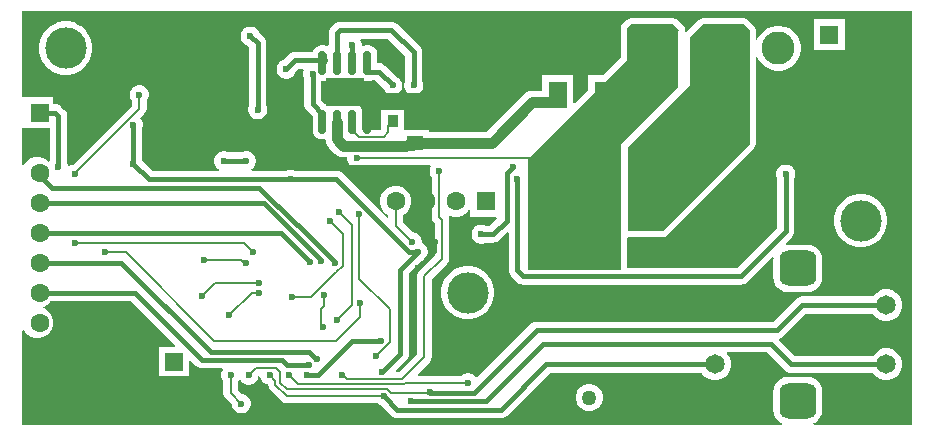
<source format=gbl>
G04*
G04 #@! TF.GenerationSoftware,Altium Limited,Altium Designer,21.3.2 (30)*
G04*
G04 Layer_Physical_Order=2*
G04 Layer_Color=16711680*
%FSTAX24Y24*%
%MOIN*%
G70*
G04*
G04 #@! TF.SameCoordinates,A4DC8701-BC22-4BCE-B91D-7DEF39426184*
G04*
G04*
G04 #@! TF.FilePolarity,Positive*
G04*
G01*
G75*
%ADD17C,0.0080*%
%ADD30R,0.0374X0.0394*%
%ADD83C,0.0350*%
%ADD84C,0.0170*%
%ADD85R,0.0630X0.0630*%
%ADD86C,0.0630*%
%ADD87C,0.1378*%
%ADD88C,0.1100*%
%ADD89R,0.0630X0.0630*%
G04:AMPARAMS|DCode=90|XSize=122mil|YSize=118.1mil|CornerRadius=29.5mil|HoleSize=0mil|Usage=FLASHONLY|Rotation=0.000|XOffset=0mil|YOffset=0mil|HoleType=Round|Shape=RoundedRectangle|*
%AMROUNDEDRECTD90*
21,1,0.1220,0.0591,0,0,0.0*
21,1,0.0630,0.1181,0,0,0.0*
1,1,0.0591,0.0315,-0.0295*
1,1,0.0591,-0.0315,-0.0295*
1,1,0.0591,-0.0315,0.0295*
1,1,0.0591,0.0315,0.0295*
%
%ADD90ROUNDEDRECTD90*%
%ADD91C,0.0650*%
%ADD92R,0.0591X0.0591*%
%ADD93C,0.0591*%
%ADD94C,0.0500*%
%ADD95C,0.0236*%
G04:AMPARAMS|DCode=96|XSize=77.6mil|YSize=23.6mil|CornerRadius=6.4mil|HoleSize=0mil|Usage=FLASHONLY|Rotation=270.000|XOffset=0mil|YOffset=0mil|HoleType=Round|Shape=RoundedRectangle|*
%AMROUNDEDRECTD96*
21,1,0.0776,0.0109,0,0,270.0*
21,1,0.0648,0.0236,0,0,270.0*
1,1,0.0128,-0.0054,-0.0324*
1,1,0.0128,-0.0054,0.0324*
1,1,0.0128,0.0054,0.0324*
1,1,0.0128,0.0054,-0.0324*
%
%ADD96ROUNDEDRECTD96*%
%ADD97R,0.1299X0.0949*%
%ADD98R,0.0551X0.0472*%
%ADD99R,0.0640X0.0900*%
G36*
X0593Y00285D02*
X056033D01*
X056023Y0029D01*
X056065Y002917D01*
X056168Y002997D01*
X056248Y0031D01*
X056297Y003221D01*
X056315Y00335D01*
Y003941D01*
X056297Y00407D01*
X056248Y00419D01*
X056168Y004294D01*
X056065Y004373D01*
X055944Y004423D01*
X055815Y00444D01*
X055185D01*
X055056Y004423D01*
X054935Y004373D01*
X054832Y004294D01*
X054752Y00419D01*
X054703Y00407D01*
X054685Y003941D01*
Y00335D01*
X054703Y003221D01*
X054752Y0031D01*
X054832Y002997D01*
X054935Y002917D01*
X054977Y0029D01*
X054967Y00285D01*
X02965D01*
Y005986D01*
X0297Y006D01*
X029738Y005934D01*
X029834Y005838D01*
X029951Y00577D01*
X030082Y005735D01*
X030218D01*
X030349Y00577D01*
X030466Y005838D01*
X030562Y005934D01*
X03063Y006051D01*
X030665Y006182D01*
Y006318D01*
X03063Y006449D01*
X030562Y006566D01*
X030466Y006662D01*
X030362Y006722D01*
X030358Y006738D01*
Y006762D01*
X030362Y006778D01*
X030466Y006838D01*
X030562Y006934D01*
X030579Y006963D01*
X033281D01*
X034752Y005491D01*
X034733Y005445D01*
X034205D01*
Y004455D01*
X035195D01*
Y004983D01*
X035241Y005002D01*
X035432Y004811D01*
X035492Y004766D01*
X035561Y004737D01*
X035635Y004727D01*
X036311D01*
X036335Y004677D01*
X036304Y004623D01*
X036282Y004542D01*
Y004458D01*
X036304Y004377D01*
X036345Y004305D01*
X036355Y004295D01*
Y003904D01*
X036374Y00381D01*
X036427Y003731D01*
X036636Y003522D01*
Y003508D01*
X036658Y003427D01*
X036699Y003355D01*
X036759Y003295D01*
X036831Y003254D01*
X036912Y003232D01*
X036996D01*
X037077Y003254D01*
X037149Y003295D01*
X037209Y003355D01*
X03725Y003427D01*
X037272Y003508D01*
Y003592D01*
X03725Y003673D01*
X037209Y003745D01*
X037149Y003805D01*
X037077Y003846D01*
X036996Y003868D01*
X036982D01*
X036845Y004005D01*
Y004295D01*
X036855Y004305D01*
X036873Y004336D01*
X036931D01*
X036945Y004311D01*
X037005Y004251D01*
X037077Y004209D01*
X037158Y004188D01*
X037242D01*
X037323Y004209D01*
X037395Y004251D01*
X037455Y004311D01*
X037496Y004383D01*
X037518Y004464D01*
X037532Y00447D01*
X037542Y004469D01*
X037588Y004441D01*
X037604Y004383D01*
X037645Y004311D01*
X037705Y004251D01*
X037777Y004209D01*
X037845Y004191D01*
Y004184D01*
X037864Y00409D01*
X037917Y004011D01*
X038301Y003627D01*
X03838Y003574D01*
X038474Y003555D01*
X041495D01*
X041505Y003545D01*
X041577Y003504D01*
X041595Y003499D01*
X041947Y003147D01*
X042006Y003101D01*
X042076Y003072D01*
X04215Y003063D01*
X0456D01*
X045674Y003072D01*
X045744Y003101D01*
X045803Y003147D01*
X047235Y004578D01*
X052304D01*
X052324Y004544D01*
X052422Y004446D01*
X052542Y004377D01*
X052675Y004341D01*
X052813D01*
X052947Y004377D01*
X053066Y004446D01*
X053164Y004544D01*
X053233Y004663D01*
X053269Y004797D01*
Y004935D01*
X053233Y005068D01*
X053164Y005188D01*
X053136Y005216D01*
X053155Y005263D01*
X054481D01*
X055081Y004662D01*
X055141Y004617D01*
X05521Y004588D01*
X055284Y004578D01*
X058013D01*
X058033Y004544D01*
X058131Y004446D01*
X05825Y004377D01*
X058384Y004341D01*
X058522D01*
X058655Y004377D01*
X058775Y004446D01*
X058873Y004544D01*
X058942Y004663D01*
X058978Y004797D01*
Y004935D01*
X058942Y005068D01*
X058873Y005188D01*
X058775Y005286D01*
X058655Y005355D01*
X058522Y005391D01*
X058384D01*
X05825Y005355D01*
X058131Y005286D01*
X058033Y005188D01*
X058013Y005153D01*
X055403D01*
X054887Y005669D01*
X054899Y005728D01*
X054936Y005743D01*
X054995Y005789D01*
X055753Y006547D01*
X058013D01*
X058033Y006512D01*
X058131Y006414D01*
X05825Y006345D01*
X058384Y006309D01*
X058522D01*
X058655Y006345D01*
X058775Y006414D01*
X058873Y006512D01*
X058942Y006632D01*
X058978Y006765D01*
Y006903D01*
X058942Y007037D01*
X058873Y007156D01*
X058775Y007254D01*
X058655Y007323D01*
X058522Y007359D01*
X058384D01*
X05825Y007323D01*
X058131Y007254D01*
X058033Y007156D01*
X058013Y007122D01*
X055634D01*
X05556Y007112D01*
X055491Y007083D01*
X055431Y007038D01*
X054673Y00628D01*
X046792D01*
X046718Y00627D01*
X046648Y006241D01*
X046589Y006195D01*
X044816Y004423D01*
X044767Y004429D01*
X044761Y004439D01*
X044702Y004498D01*
X044629Y00454D01*
X044549Y004561D01*
X044465D01*
X044384Y00454D01*
X044311Y004498D01*
X044301Y004488D01*
X042849D01*
X04283Y004534D01*
X043228Y004932D01*
X043281Y005011D01*
X0433Y005105D01*
Y007704D01*
X043811Y008215D01*
X043864Y008294D01*
X043883Y008388D01*
Y009684D01*
X043864Y009777D01*
X043857Y009788D01*
X043892Y009825D01*
X043901Y00982D01*
X044032Y009785D01*
X044168D01*
X044299Y00982D01*
X044416Y009888D01*
X044512Y009984D01*
X044535Y010024D01*
X044585Y01001D01*
Y009785D01*
X045458D01*
X045479Y009735D01*
X045231Y009487D01*
X045088D01*
X045073Y009496D01*
X044992Y009518D01*
X044908D01*
X044827Y009496D01*
X044755Y009455D01*
X044695Y009395D01*
X044654Y009323D01*
X044632Y009242D01*
Y009158D01*
X044654Y009077D01*
X044695Y009005D01*
X044755Y008945D01*
X044827Y008904D01*
X044908Y008882D01*
X044992D01*
X045073Y008904D01*
X045088Y008913D01*
X04535D01*
X045424Y008922D01*
X045494Y008951D01*
X045553Y008997D01*
X045816Y00926D01*
X045863Y009241D01*
Y008D01*
X045872Y007926D01*
X045901Y007856D01*
X045947Y007797D01*
X046147Y007597D01*
X046206Y007551D01*
X046276Y007522D01*
X04635Y007513D01*
X0536D01*
X053674Y007522D01*
X053744Y007551D01*
X053803Y007597D01*
X054647Y00844D01*
X054694Y008417D01*
X054685Y00835D01*
Y007759D01*
X054703Y00763D01*
X054752Y00751D01*
X054832Y007406D01*
X054935Y007327D01*
X055056Y007277D01*
X055185Y00726D01*
X055815D01*
X055944Y007277D01*
X056065Y007327D01*
X056168Y007406D01*
X056248Y00751D01*
X056297Y00763D01*
X056315Y007759D01*
Y00835D01*
X056297Y008479D01*
X056248Y0086D01*
X056168Y008703D01*
X056065Y008783D01*
X055944Y008833D01*
X055815Y00885D01*
X055185D01*
X055118Y008841D01*
X055095Y008888D01*
X055303Y009097D01*
X055349Y009156D01*
X055378Y009226D01*
X055387Y0093D01*
Y011062D01*
X055396Y011077D01*
X055418Y011158D01*
Y011242D01*
X055396Y011323D01*
X055355Y011395D01*
X055295Y011455D01*
X055223Y011496D01*
X055142Y011518D01*
X055058D01*
X054977Y011496D01*
X054905Y011455D01*
X054845Y011395D01*
X054804Y011323D01*
X054782Y011242D01*
Y011158D01*
X054804Y011077D01*
X054813Y011062D01*
Y009419D01*
X053481Y008087D01*
X049804D01*
Y009066D01*
X049843Y009098D01*
X04985Y009096D01*
X051D01*
X051078Y009112D01*
X051144Y009156D01*
X054044Y012056D01*
X054088Y012122D01*
X054104Y0122D01*
Y015111D01*
X054154Y015121D01*
X054185Y015045D01*
X054267Y014922D01*
X054372Y014817D01*
X054495Y014735D01*
X054631Y014679D01*
X054776Y01465D01*
X054924D01*
X055069Y014679D01*
X055205Y014735D01*
X055328Y014817D01*
X055433Y014922D01*
X055515Y015045D01*
X055571Y015181D01*
X0556Y015326D01*
Y015474D01*
X055571Y015619D01*
X055515Y015755D01*
X055433Y015878D01*
X055328Y015983D01*
X055205Y016065D01*
X055069Y016121D01*
X054924Y01615D01*
X054776D01*
X054631Y016121D01*
X054495Y016065D01*
X054372Y015983D01*
X054267Y015878D01*
X054185Y015755D01*
X054154Y015679D01*
X054104Y015689D01*
Y016D01*
X054088Y016078D01*
X054044Y016144D01*
X053844Y016344D01*
X053778Y016388D01*
X0537Y016404D01*
X05235D01*
X052272Y016388D01*
X052206Y016344D01*
X051791Y015929D01*
X051745Y015954D01*
X051754Y016D01*
X051738Y016078D01*
X051694Y016144D01*
X051494Y016344D01*
X051428Y016388D01*
X05135Y016404D01*
X04995D01*
X049872Y016388D01*
X049806Y016344D01*
X049656Y016194D01*
X049612Y016128D01*
X049596Y01605D01*
Y015084D01*
X049012Y0145D01*
X04852D01*
Y014008D01*
X048066Y013555D01*
X04802Y013574D01*
Y0145D01*
X04698D01*
Y013983D01*
X046655D01*
X046557Y01397D01*
X046466Y013933D01*
X046388Y013872D01*
X045121Y012606D01*
X043224D01*
Y012664D01*
X042387D01*
Y01335D01*
X041613D01*
Y012831D01*
X041608Y012808D01*
Y012704D01*
X041591Y012687D01*
X040989D01*
X04097Y012706D01*
Y013274D01*
X040961Y013343D01*
X040935Y013407D01*
X040892Y013462D01*
X040837Y013504D01*
X040773Y013531D01*
X040704Y01354D01*
X040596D01*
X040527Y013531D01*
X040463Y013504D01*
X040408Y013462D01*
X040392D01*
X040337Y013504D01*
X040273Y013531D01*
X040204Y01354D01*
X040096D01*
X040027Y013531D01*
X039963Y013504D01*
X039908Y013462D01*
X039892D01*
X039837Y013504D01*
X039773Y013531D01*
X039741Y013535D01*
X039623Y013653D01*
Y014309D01*
X039704D01*
X039773Y014318D01*
X039837Y014344D01*
X039892Y014387D01*
X039908D01*
X039963Y014344D01*
X040027Y014318D01*
X040096Y014309D01*
X040204D01*
X040273Y014318D01*
X040337Y014344D01*
X040392Y014387D01*
X040408D01*
X040463Y014344D01*
X040527Y014318D01*
X040596Y014309D01*
X040704D01*
X040773Y014318D01*
X040837Y014344D01*
X040892Y014387D01*
X040908D01*
X040963Y014344D01*
X041027Y014318D01*
X041096Y014309D01*
X041204D01*
X041273Y014318D01*
X041294Y014326D01*
X041422D01*
X041699Y014049D01*
X041704Y014032D01*
X041745Y013959D01*
X041805Y0139D01*
X041805Y0139D01*
X042195D01*
X042195Y0139D01*
X042255Y013959D01*
X042296Y014032D01*
X042318Y014113D01*
Y014197D01*
X042296Y014278D01*
X042255Y01435D01*
X042195Y014409D01*
X042123Y014451D01*
X042105Y014456D01*
X041744Y014817D01*
X041685Y014863D01*
X041615Y014891D01*
X041541Y014901D01*
X04147D01*
Y015223D01*
X041461Y015292D01*
X041435Y015356D01*
X041392Y015411D01*
X041337Y015453D01*
X041273Y01548D01*
X041204Y015489D01*
X041096D01*
X041027Y01548D01*
X041018Y015476D01*
X040968Y01551D01*
Y015542D01*
X040946Y015623D01*
X040923Y015663D01*
X040952Y015713D01*
X041831D01*
X042408Y015136D01*
Y014293D01*
X042399Y014278D01*
X042377Y014197D01*
Y014113D01*
X042399Y014032D01*
X042441Y013959D01*
X0425Y0139D01*
X0425Y0139D01*
X04289D01*
X042891Y0139D01*
X04295Y013959D01*
X042992Y014032D01*
X043013Y014113D01*
Y014197D01*
X042992Y014278D01*
X042983Y014293D01*
Y015255D01*
X042973Y015329D01*
X042944Y015398D01*
X042899Y015458D01*
X042153Y016203D01*
X042094Y016249D01*
X042024Y016278D01*
X04195Y016287D01*
X04025D01*
X040175Y016278D01*
X040106Y016249D01*
X040046Y016203D01*
X039947Y016104D01*
X039901Y016044D01*
X039872Y015975D01*
X039863Y0159D01*
Y015493D01*
X039813Y015464D01*
X039773Y01548D01*
X039704Y015489D01*
X039596D01*
X039527Y01548D01*
X039463Y015453D01*
X039408Y015411D01*
X039365Y015356D01*
X039339Y015292D01*
X039338Y015286D01*
X038749D01*
X038674Y015276D01*
X038605Y015248D01*
X038546Y015202D01*
X038345Y015001D01*
X038327Y014996D01*
X038255Y014955D01*
X038195Y014895D01*
X038154Y014823D01*
X038132Y014742D01*
Y014658D01*
X038154Y014577D01*
X038195Y014505D01*
X038255Y014445D01*
X038327Y014404D01*
X038408Y014382D01*
X038492D01*
X038573Y014404D01*
X038645Y014445D01*
X038705Y014505D01*
X038746Y014577D01*
X038751Y014595D01*
X038868Y014711D01*
X039015D01*
X039031Y014683D01*
X039038Y014661D01*
X039017Y014586D01*
Y014502D01*
X039039Y014421D01*
X039048Y014406D01*
Y013534D01*
X039058Y01346D01*
X039087Y01339D01*
X039132Y013331D01*
X03933Y013134D01*
Y012626D01*
X039339Y012557D01*
X039365Y012493D01*
X039408Y012438D01*
X039463Y012396D01*
X039527Y012369D01*
X039596Y01236D01*
X039704D01*
X039726Y012363D01*
X039777Y012319D01*
X039785Y012257D01*
X039822Y012166D01*
X039883Y012088D01*
X04009Y01188D01*
X040169Y01182D01*
X04026Y011782D01*
X040358Y011769D01*
X040482D01*
X040482Y011769D01*
Y011685D01*
X040504Y011604D01*
X040545Y011532D01*
X040605Y011472D01*
X040677Y01143D01*
X040758Y011409D01*
X040842D01*
X040923Y01143D01*
X040995Y011472D01*
X041028Y011505D01*
X043238D01*
X043267Y011455D01*
X043254Y011433D01*
X043232Y011352D01*
Y011268D01*
X043254Y011187D01*
X043295Y011115D01*
X043305Y011105D01*
Y009772D01*
X043324Y009678D01*
X043377Y009599D01*
X043393Y009582D01*
Y008489D01*
X042882Y007978D01*
X042829Y007899D01*
X04281Y007805D01*
Y005206D01*
X042211Y004607D01*
X042128D01*
X042109Y004653D01*
X042453Y004997D01*
X042499Y005056D01*
X042528Y005126D01*
X042537Y0052D01*
Y007881D01*
X042955Y008299D01*
X042973Y008304D01*
X043045Y008345D01*
X043105Y008405D01*
X043146Y008477D01*
X043168Y008558D01*
Y008642D01*
X043146Y008723D01*
X043105Y008795D01*
X043045Y008855D01*
X042973Y008896D01*
X04296Y0089D01*
Y008979D01*
X042939Y00906D01*
X042897Y009133D01*
X042837Y009192D01*
X042765Y009234D01*
X042684Y009256D01*
X04267D01*
X042345Y009581D01*
Y009847D01*
X042416Y009888D01*
X042512Y009984D01*
X04258Y010101D01*
X042615Y010232D01*
Y010368D01*
X04258Y010499D01*
X042512Y010616D01*
X042416Y010712D01*
X042299Y01078D01*
X042168Y010815D01*
X042032D01*
X041901Y01078D01*
X041784Y010712D01*
X041688Y010616D01*
X04162Y010499D01*
X041585Y010368D01*
Y010232D01*
X04162Y010101D01*
X041688Y009984D01*
X041784Y009888D01*
X041855Y009847D01*
Y009767D01*
X041809Y009747D01*
X040326Y01123D01*
X040267Y011276D01*
X040198Y011304D01*
X040123Y011314D01*
X038738D01*
X038723Y011323D01*
X038642Y011345D01*
X038558D01*
X038477Y011323D01*
X038462Y011314D01*
X037295D01*
X037282Y011364D01*
X037319Y011386D01*
X037379Y011445D01*
X03742Y011518D01*
X037442Y011599D01*
Y011682D01*
X03742Y011763D01*
X037379Y011836D01*
X037319Y011895D01*
X037247Y011937D01*
X037166Y011959D01*
X037082D01*
X037001Y011937D01*
X036986Y011928D01*
X036514D01*
X036499Y011937D01*
X036418Y011959D01*
X036334D01*
X036253Y011937D01*
X036181Y011895D01*
X036121Y011836D01*
X03608Y011763D01*
X036058Y011682D01*
Y011599D01*
X03608Y011518D01*
X036121Y011445D01*
X036181Y011386D01*
X036218Y011364D01*
X036205Y011314D01*
X033992D01*
X033651Y011655D01*
X033646Y011673D01*
X033637Y011688D01*
Y012712D01*
X033646Y012727D01*
X033668Y012808D01*
Y012892D01*
X033646Y012973D01*
X033605Y013045D01*
X03358Y01307D01*
X033723Y013214D01*
X033776Y013293D01*
X033795Y013387D01*
Y013645D01*
X033805Y013655D01*
X033846Y013727D01*
X033868Y013808D01*
Y013892D01*
X033846Y013973D01*
X033805Y014045D01*
X033745Y014105D01*
X033673Y014146D01*
X033592Y014168D01*
X033508D01*
X033427Y014146D01*
X033355Y014105D01*
X033295Y014045D01*
X033254Y013973D01*
X033232Y013892D01*
Y013808D01*
X033254Y013727D01*
X033295Y013655D01*
X033305Y013645D01*
Y013488D01*
X031327Y01151D01*
X031277Y011496D01*
X031218Y011462D01*
X031168Y011483D01*
Y011492D01*
X031146Y011573D01*
X031137Y011588D01*
Y01315D01*
X031128Y013225D01*
X031099Y013294D01*
X031053Y013354D01*
X030954Y013453D01*
X030894Y013499D01*
X030825Y013528D01*
X03075Y013537D01*
X030665D01*
Y013765D01*
X02965D01*
Y01665D01*
X0593D01*
Y00285D01*
D02*
G37*
G36*
X030563Y011636D02*
X030513Y011616D01*
X030466Y011662D01*
X030349Y01173D01*
X030218Y011765D01*
X030082D01*
X029951Y01173D01*
X029834Y011662D01*
X029738Y011566D01*
X0297Y011501D01*
X02965Y011514D01*
Y012735D01*
X030563D01*
Y011636D01*
D02*
G37*
G36*
X0539Y016D02*
Y0122D01*
X051Y0093D01*
X04985D01*
Y0121D01*
X0519Y01415D01*
Y01575D01*
X05235Y0162D01*
X0537D01*
X0539Y016D01*
D02*
G37*
G36*
X05155D02*
X0515Y01595D01*
Y0141D01*
X0496Y0122D01*
Y008D01*
X0465D01*
Y0117D01*
X0498Y015D01*
Y01605D01*
X04995Y0162D01*
X05135D01*
X05155Y016D01*
D02*
G37*
%LPC*%
G36*
X057065Y016365D02*
X056035D01*
Y015335D01*
X057065D01*
Y016365D01*
D02*
G37*
G36*
X031188Y016289D02*
X031012D01*
X030841Y016255D01*
X030679Y016188D01*
X030533Y016091D01*
X030409Y015967D01*
X030312Y015821D01*
X030245Y015659D01*
X030211Y015488D01*
Y015312D01*
X030245Y015141D01*
X030312Y014979D01*
X030409Y014833D01*
X030533Y014709D01*
X030679Y014612D01*
X030841Y014545D01*
X031012Y014511D01*
X031188D01*
X031359Y014545D01*
X031521Y014612D01*
X031667Y014709D01*
X031791Y014833D01*
X031888Y014979D01*
X031955Y015141D01*
X031989Y015312D01*
Y015488D01*
X031955Y015659D01*
X031888Y015821D01*
X031791Y015967D01*
X031667Y016091D01*
X031521Y016188D01*
X031359Y016255D01*
X031188Y016289D01*
D02*
G37*
G36*
X037292Y016118D02*
X037208D01*
X037127Y016096D01*
X037055Y016055D01*
X036995Y015995D01*
X036954Y015923D01*
X036932Y015842D01*
Y015758D01*
X036954Y015677D01*
X036995Y015605D01*
X037055Y015545D01*
X037127Y015504D01*
X037145Y015499D01*
X037208Y015436D01*
Y013488D01*
X037199Y013473D01*
X037177Y013392D01*
Y013308D01*
X037199Y013227D01*
X037241Y013155D01*
X0373Y013095D01*
X037372Y013054D01*
X037453Y013032D01*
X037537D01*
X037618Y013054D01*
X037691Y013095D01*
X03775Y013155D01*
X037792Y013227D01*
X037813Y013308D01*
Y013392D01*
X037792Y013473D01*
X037783Y013488D01*
Y015555D01*
X037773Y015629D01*
X037744Y015698D01*
X037699Y015758D01*
X037551Y015905D01*
X037546Y015923D01*
X037505Y015995D01*
X037445Y016055D01*
X037373Y016096D01*
X037292Y016118D01*
D02*
G37*
G36*
X057688Y010539D02*
X057512D01*
X057341Y010505D01*
X057179Y010438D01*
X057033Y010341D01*
X056909Y010217D01*
X056812Y010071D01*
X056745Y009909D01*
X056711Y009738D01*
Y009562D01*
X056745Y009391D01*
X056812Y009229D01*
X056909Y009083D01*
X057033Y008959D01*
X057179Y008862D01*
X057341Y008795D01*
X057512Y008761D01*
X057688D01*
X057859Y008795D01*
X058021Y008862D01*
X058167Y008959D01*
X058291Y009083D01*
X058388Y009229D01*
X058455Y009391D01*
X058489Y009562D01*
Y009738D01*
X058455Y009909D01*
X058388Y010071D01*
X058291Y010217D01*
X058167Y010341D01*
X058021Y010438D01*
X057859Y010505D01*
X057688Y010539D01*
D02*
G37*
G36*
X044588Y008139D02*
X044412D01*
X044241Y008105D01*
X044079Y008038D01*
X043933Y007941D01*
X043809Y007817D01*
X043712Y007671D01*
X043645Y007509D01*
X043611Y007338D01*
Y007162D01*
X043645Y006991D01*
X043712Y006829D01*
X043809Y006683D01*
X043933Y006559D01*
X044079Y006462D01*
X044241Y006395D01*
X044412Y006361D01*
X044588D01*
X044759Y006395D01*
X044921Y006462D01*
X045067Y006559D01*
X045191Y006683D01*
X045288Y006829D01*
X045355Y006991D01*
X045389Y007162D01*
Y007338D01*
X045355Y007509D01*
X045288Y007671D01*
X045191Y007817D01*
X045067Y007941D01*
X044921Y008038D01*
X044759Y008105D01*
X044588Y008139D01*
D02*
G37*
G36*
X048609Y0042D02*
X048491D01*
X048376Y004169D01*
X048274Y00411D01*
X04819Y004026D01*
X048131Y003924D01*
X0481Y003809D01*
Y003691D01*
X048131Y003576D01*
X04819Y003474D01*
X048274Y00339D01*
X048376Y003331D01*
X048491Y0033D01*
X048609D01*
X048724Y003331D01*
X048826Y00339D01*
X04891Y003474D01*
X048969Y003576D01*
X049Y003691D01*
Y003809D01*
X048969Y003924D01*
X04891Y004026D01*
X048826Y00411D01*
X048724Y004169D01*
X048609Y0042D01*
D02*
G37*
%LPD*%
D17*
X043055Y005105D02*
Y007805D01*
X042312Y004362D02*
X043055Y005105D01*
Y007805D02*
X043638Y008388D01*
X03705Y0089D02*
X03735Y0086D01*
X0314Y0089D02*
X03705D01*
X03809Y004184D02*
Y004316D01*
Y004184D02*
X038474Y0038D01*
X0379Y004506D02*
X03809Y004316D01*
X038474Y0038D02*
X0417D01*
X038856Y0042D02*
X042376D01*
X04242Y004243D01*
X044507D01*
X0366Y003904D02*
Y0045D01*
Y003904D02*
X036954Y00355D01*
X0372Y004506D02*
X037438Y004744D01*
X038106D02*
X03825Y0046D01*
X037438Y004744D02*
X038106D01*
X0401Y00565D02*
X0409Y00645D01*
X0331Y0086D02*
X03605Y00565D01*
X0401D01*
X03825Y00425D02*
Y0046D01*
Y00425D02*
X03846Y00404D01*
X041802D01*
X041926Y003915D02*
X04325D01*
X04145Y00515D02*
X0419Y0056D01*
Y0067D01*
X040884Y007716D02*
X0419Y0067D01*
X040884Y007716D02*
Y009865D01*
X041802Y00404D02*
X041926Y003915D01*
X0409Y00645D02*
Y0069D01*
X040658Y006847D02*
Y009492D01*
X040144Y006333D02*
X040658Y006847D01*
X0402Y00995D02*
X040658Y009492D01*
X03865Y0071D02*
X039287D01*
X0373Y00725D02*
X03755D01*
X03655Y0065D02*
X0373Y00725D01*
X040342Y0045D02*
X04048Y004362D01*
X042312D01*
X0403Y0045D02*
X040342D01*
X03855Y004506D02*
X038856Y0042D01*
X0421Y00948D02*
X042642Y008938D01*
X0421Y00948D02*
Y01045D01*
X043638Y008388D02*
Y009684D01*
X04355Y009772D02*
X043638Y009684D01*
X04355Y009772D02*
Y01131D01*
X040823Y01175D02*
X04694D01*
X0476Y01241D01*
X0408Y011727D02*
X040823Y01175D01*
X03355Y013387D02*
Y01385D01*
X0314Y011237D02*
X03355Y013387D01*
X0314Y0112D02*
Y011237D01*
X0324Y0086D02*
X0331D01*
X039712Y006799D02*
Y007188D01*
X039612Y006699D02*
X039712Y006799D01*
X039287Y0071D02*
X040112Y007926D01*
X040338Y008151D02*
Y009212D01*
X040112Y007926D02*
X040112D01*
X040338Y008151D01*
X039612Y006191D02*
X03966Y006142D01*
X039612Y006191D02*
Y006699D01*
X03966Y0061D02*
Y006142D01*
X041692Y012442D02*
X041853Y012603D01*
X040888Y012442D02*
X041692D01*
X04065Y01268D02*
Y01295D01*
Y01268D02*
X040888Y012442D01*
X041853Y012808D02*
X042Y012955D01*
X041853Y012603D02*
Y012808D01*
X0399Y00965D02*
X040338Y009212D01*
X03565Y00715D02*
X036066Y007566D01*
X03755D01*
X036958Y00835D02*
X037058Y00825D01*
X0371D01*
X0357Y00835D02*
X036958D01*
D30*
X042Y012955D02*
D03*
Y013545D02*
D03*
D83*
X04115D02*
Y013924D01*
X042Y013545D02*
X044645D01*
X04115D02*
X042D01*
X0453Y0142D02*
Y0155D01*
X044645Y013545D02*
X0453Y0142D01*
X0476Y00915D02*
Y01241D01*
X04797Y01278D02*
X04904Y01385D01*
X0476Y01241D02*
X04797Y01278D01*
X04015Y012355D02*
X040358Y012147D01*
X04244D01*
X04015Y012355D02*
Y01295D01*
X04246Y012167D02*
X042687D01*
X04244Y012147D02*
X04246Y012167D01*
X042687D02*
X042749Y012228D01*
X045278D01*
X0453Y01225D01*
X046655Y013605D01*
X052715Y015265D02*
X05285Y0154D01*
X05035Y01005D02*
Y01235D01*
X052715Y014715D02*
Y015265D01*
X05035Y01235D02*
X052715Y014715D01*
X0505Y0142D02*
Y0154D01*
X05015Y01385D02*
X0505Y0142D01*
X04904Y01385D02*
X05015D01*
X04115Y01295D02*
Y013545D01*
X0404Y013924D02*
X04115D01*
X042443Y013523D02*
X042648Y013318D01*
Y013037D02*
Y013318D01*
Y013037D02*
X042709Y012976D01*
X042749D01*
X0475Y01375D02*
Y01385D01*
X046655Y013605D02*
X047355D01*
X0475Y01375D01*
D84*
X04285Y008086D02*
X043387Y008623D01*
Y008915D01*
X0434Y008928D01*
X0563Y01285D02*
X05645Y0127D01*
X057287D01*
X04165Y0046D02*
X04225Y0052D01*
Y008D02*
X04285Y0086D01*
X04225Y0052D02*
Y008D01*
X042537Y008613D02*
X042837D01*
X033873Y011027D02*
X0386D01*
X042837Y008613D02*
X04285Y0086D01*
X0386Y011027D02*
X040123D01*
X042537Y008613D01*
X03335Y01155D02*
X033873Y011027D01*
X0456Y00335D02*
X047116Y004866D01*
X04215Y00335D02*
X0456D01*
X0417Y0038D02*
X04215Y00335D01*
X04325Y003915D02*
Y003933D01*
X0451Y00365D02*
X047Y00555D01*
X0426Y00365D02*
X0451D01*
X04325Y003915D02*
X044715D01*
X046792Y005992D01*
X047116Y004866D02*
X052744D01*
X047Y00555D02*
X0546D01*
X046792Y005992D02*
X054792D01*
X035635Y005015D02*
X038299D01*
X03295Y00825D02*
X035935Y005265D01*
X039202D02*
X039444Y005023D01*
X0334Y00725D02*
X035635Y005015D01*
X039444Y005023D02*
X039462D01*
X035935Y005265D02*
X039202D01*
X038299Y005015D02*
X038465Y004849D01*
X039198D01*
X055634Y006834D02*
X058453D01*
X054792Y005992D02*
X055634Y006834D01*
X04065Y00565D02*
X0416D01*
X039506Y004506D02*
X04065Y00565D01*
X0461Y006476D02*
X048988D01*
X039137Y004506D02*
X039506D01*
X048988Y006476D02*
X052257D01*
X0546Y00555D02*
X055284Y004866D01*
X0431Y009228D02*
X0434Y008928D01*
X0431Y009228D02*
Y0103D01*
X046Y011432D02*
Y01145D01*
X0458Y011232D02*
X046Y011432D01*
X0458Y00965D02*
Y011232D01*
X037196Y012154D02*
X037196D01*
X036433Y012917D02*
Y0147D01*
Y012917D02*
X037196Y012154D01*
X052615Y006834D02*
X052744D01*
X052257Y006476D02*
X052615Y006834D01*
X03085Y01145D02*
Y01315D01*
X03015Y01325D02*
X03075D01*
X03085Y01315D01*
X04635Y0078D02*
X0536D01*
X04615Y008D02*
Y01105D01*
Y008D02*
X04635Y0078D01*
X04535Y0092D02*
X0458Y00965D01*
X036376Y011641D02*
X037124D01*
X04495Y0092D02*
X04535D01*
X0551Y0093D02*
Y0112D01*
X0536Y0078D02*
X0551Y0093D01*
X03015Y00825D02*
X03295D01*
X03015Y00925D02*
X038266D01*
X03925Y008266D01*
X055284Y004866D02*
X058453D01*
X037196Y012154D02*
X037925Y011425D01*
X038832Y009511D02*
X039907Y008435D01*
X038792Y009511D02*
X038832D01*
X040062Y00825D02*
Y008268D01*
X039907Y008423D02*
Y008435D01*
Y008423D02*
X040062Y008268D01*
X037925Y011425D02*
X042125D01*
X0431Y01045D01*
X0377Y01025D02*
X039624Y008326D01*
Y008318D02*
Y008326D01*
X037553Y01075D02*
X038792Y009511D01*
X03065Y01075D02*
X037553D01*
X03015Y01025D02*
X0377D01*
X03015Y01125D02*
X03065Y01075D01*
X03335Y01155D02*
Y01285D01*
X03015Y00725D02*
X0334D01*
X0359Y015233D02*
X036433Y0147D01*
X03725Y0158D02*
X037495Y015555D01*
Y01335D02*
Y015555D01*
X038749Y014999D02*
X03965D01*
X03975D01*
X03845Y0147D02*
X038749Y014999D01*
X03965Y014899D02*
X0397Y014949D01*
X039336Y013534D02*
X03965Y01322D01*
Y01295D02*
Y01322D01*
X039336Y013534D02*
Y014544D01*
X04065Y014899D02*
Y0155D01*
X04015Y0159D02*
X04025Y016D01*
X04195D01*
X042695Y015255D01*
X04015Y014899D02*
Y0159D01*
X042695Y014155D02*
Y015255D01*
X04115Y014647D02*
X041183Y014614D01*
X041541D01*
X042Y014155D01*
X04115Y014647D02*
Y014899D01*
D85*
X0451Y0103D02*
D03*
X05655Y01585D02*
D03*
D86*
X0441Y0103D02*
D03*
X0431D02*
D03*
X0421D02*
D03*
X05755Y01585D02*
D03*
X03025Y00625D02*
D03*
Y00725D02*
D03*
Y00825D02*
D03*
Y00925D02*
D03*
Y01025D02*
D03*
Y01125D02*
D03*
Y01225D02*
D03*
D87*
X0576Y00965D02*
D03*
X0445Y00725D02*
D03*
X0311Y0154D02*
D03*
D88*
X05285D02*
D03*
X05485D02*
D03*
X0485D02*
D03*
X0505D02*
D03*
D89*
X03025Y01325D02*
D03*
D90*
X0555Y008055D02*
D03*
Y003645D02*
D03*
D91*
X052744Y006834D02*
D03*
Y004866D02*
D03*
X058453Y006834D02*
D03*
Y00585D02*
D03*
Y004866D02*
D03*
D92*
X0347Y00495D02*
D03*
D93*
X0317Y004945D02*
D03*
D94*
X057218Y003801D02*
D03*
X0574Y00785D02*
D03*
X056033Y009606D02*
D03*
X058574Y014569D02*
D03*
X034719Y01256D02*
D03*
X03195Y01405D02*
D03*
X0347Y016D02*
D03*
X0359Y015233D02*
D03*
X04445Y01495D02*
D03*
X0461Y0145D02*
D03*
X0433Y016D02*
D03*
X0467Y0161D02*
D03*
X043942Y013573D02*
D03*
X0327Y00385D02*
D03*
X0352Y0033D02*
D03*
X03045Y0042D02*
D03*
X04855Y00375D02*
D03*
X0519D02*
D03*
D95*
X0453Y015013D02*
D03*
X04555D02*
D03*
Y015513D02*
D03*
X0453D02*
D03*
X04555Y015263D02*
D03*
X0453D02*
D03*
X04555Y016013D02*
D03*
X0453D02*
D03*
Y015513D02*
D03*
X04555D02*
D03*
X0453Y015763D02*
D03*
X04555D02*
D03*
X0409Y013924D02*
D03*
Y014174D02*
D03*
X0404D02*
D03*
Y013924D02*
D03*
X04065Y014174D02*
D03*
Y013924D02*
D03*
X0399Y014174D02*
D03*
Y013924D02*
D03*
X0404D02*
D03*
Y014174D02*
D03*
X04015Y013924D02*
D03*
Y014174D02*
D03*
X0399Y013924D02*
D03*
Y013674D02*
D03*
X0404D02*
D03*
Y013924D02*
D03*
X04015Y013674D02*
D03*
Y013924D02*
D03*
X0409Y013674D02*
D03*
Y013924D02*
D03*
X0404D02*
D03*
Y013674D02*
D03*
X04065Y013924D02*
D03*
Y013674D02*
D03*
X0453Y0155D02*
D03*
X04285Y008086D02*
D03*
X0563Y01285D02*
D03*
X057287Y0127D02*
D03*
X04285Y0086D02*
D03*
X0386Y011027D02*
D03*
X04325Y003933D02*
D03*
X0426Y00365D02*
D03*
X0417Y0038D02*
D03*
X044507Y004243D02*
D03*
X0366Y0045D02*
D03*
X036954Y00355D02*
D03*
X0379Y004506D02*
D03*
X0372D02*
D03*
X04145Y00515D02*
D03*
X040884Y009865D02*
D03*
X0409Y0069D02*
D03*
X0461Y006476D02*
D03*
X03865Y0071D02*
D03*
X03655Y0065D02*
D03*
X0403Y0045D02*
D03*
X039137Y004506D02*
D03*
X03855D02*
D03*
X042642Y008938D02*
D03*
X0434Y008928D02*
D03*
X046Y01145D02*
D03*
X048988Y006476D02*
D03*
X03085Y01145D02*
D03*
X03355Y01385D02*
D03*
X0314Y0112D02*
D03*
X04615Y01105D02*
D03*
X036376Y011641D02*
D03*
X037124D02*
D03*
X05035Y01005D02*
D03*
Y0103D02*
D03*
Y0098D02*
D03*
X0506D02*
D03*
Y0103D02*
D03*
Y01005D02*
D03*
X05085Y0098D02*
D03*
Y0103D02*
D03*
Y01005D02*
D03*
X05035Y0098D02*
D03*
Y01005D02*
D03*
Y00955D02*
D03*
X0506D02*
D03*
Y01005D02*
D03*
Y0098D02*
D03*
X05085Y00955D02*
D03*
Y01005D02*
D03*
Y0098D02*
D03*
X0501D02*
D03*
Y01005D02*
D03*
Y00955D02*
D03*
X05035D02*
D03*
Y01005D02*
D03*
Y0098D02*
D03*
X0506Y00955D02*
D03*
Y01005D02*
D03*
Y0098D02*
D03*
X0501Y01005D02*
D03*
Y0103D02*
D03*
Y0098D02*
D03*
X05035D02*
D03*
Y0103D02*
D03*
Y01005D02*
D03*
X0506Y0098D02*
D03*
Y0103D02*
D03*
Y01005D02*
D03*
X0486Y0084D02*
D03*
D03*
Y00865D02*
D03*
Y0084D02*
D03*
Y0089D02*
D03*
Y00915D02*
D03*
Y0099D02*
D03*
Y01015D02*
D03*
Y00965D02*
D03*
Y0094D02*
D03*
Y0084D02*
D03*
D03*
D03*
X04835D02*
D03*
D03*
Y00865D02*
D03*
Y0084D02*
D03*
Y0089D02*
D03*
Y00915D02*
D03*
Y0099D02*
D03*
Y01015D02*
D03*
Y00965D02*
D03*
Y0094D02*
D03*
Y0084D02*
D03*
D03*
D03*
X0481D02*
D03*
D03*
Y00865D02*
D03*
Y0084D02*
D03*
Y0089D02*
D03*
Y00915D02*
D03*
Y0099D02*
D03*
Y01015D02*
D03*
Y00965D02*
D03*
Y0094D02*
D03*
Y0084D02*
D03*
D03*
D03*
X0471D02*
D03*
D03*
Y00865D02*
D03*
Y0084D02*
D03*
Y0089D02*
D03*
Y00915D02*
D03*
Y0099D02*
D03*
Y01015D02*
D03*
Y00965D02*
D03*
Y0094D02*
D03*
Y0084D02*
D03*
D03*
D03*
X04685D02*
D03*
D03*
Y00865D02*
D03*
Y0084D02*
D03*
Y0089D02*
D03*
Y00915D02*
D03*
Y0099D02*
D03*
Y01015D02*
D03*
Y00965D02*
D03*
Y0094D02*
D03*
Y0084D02*
D03*
D03*
D03*
X0471D02*
D03*
X04685D02*
D03*
X0471D02*
D03*
X04685D02*
D03*
X04735D02*
D03*
X0471D02*
D03*
X04735D02*
D03*
D03*
X04685D02*
D03*
X0486D02*
D03*
D03*
X04835D02*
D03*
X0486D02*
D03*
X04835D02*
D03*
D03*
X0481D02*
D03*
X04835D02*
D03*
X0481D02*
D03*
X04835D02*
D03*
X04785D02*
D03*
X0481D02*
D03*
X04785D02*
D03*
D03*
X04835D02*
D03*
X04785Y0094D02*
D03*
Y00965D02*
D03*
Y01015D02*
D03*
Y0099D02*
D03*
Y00915D02*
D03*
Y0089D02*
D03*
Y0084D02*
D03*
Y00865D02*
D03*
X04735Y0094D02*
D03*
Y00965D02*
D03*
Y01015D02*
D03*
Y0099D02*
D03*
Y00915D02*
D03*
Y0089D02*
D03*
Y0084D02*
D03*
Y00865D02*
D03*
Y0084D02*
D03*
X0476D02*
D03*
X04735D02*
D03*
X04785D02*
D03*
X0476D02*
D03*
X04785D02*
D03*
X0476Y00865D02*
D03*
Y0084D02*
D03*
Y0089D02*
D03*
Y00865D02*
D03*
Y00915D02*
D03*
Y0089D02*
D03*
Y0099D02*
D03*
Y01015D02*
D03*
Y00965D02*
D03*
Y0099D02*
D03*
Y0094D02*
D03*
Y00965D02*
D03*
Y0094D02*
D03*
X0551Y0112D02*
D03*
X04495Y0092D02*
D03*
X0324Y0086D02*
D03*
X04355Y01131D02*
D03*
X037925Y011425D02*
D03*
X0402Y00995D02*
D03*
X040062Y00825D02*
D03*
X039712Y007188D02*
D03*
X040144Y006333D02*
D03*
X03966Y0061D02*
D03*
X0408Y011727D02*
D03*
X0314Y0089D02*
D03*
X03735Y0086D02*
D03*
X03755Y00725D02*
D03*
X039624Y008318D02*
D03*
X039462Y005023D02*
D03*
X03925Y008266D02*
D03*
X03755Y007566D02*
D03*
X039198Y004849D02*
D03*
X0371Y00825D02*
D03*
X0399Y00965D02*
D03*
X0416Y00565D02*
D03*
X04165Y0046D02*
D03*
X03335Y01155D02*
D03*
X0476Y00915D02*
D03*
X05035Y01005D02*
D03*
X03565Y00715D02*
D03*
X0357Y00835D02*
D03*
X0359Y015233D02*
D03*
X03335Y01285D02*
D03*
X03725Y0158D02*
D03*
X037495Y01335D02*
D03*
X0397Y01515D02*
D03*
X03845Y0147D02*
D03*
X039336Y014544D02*
D03*
X04065Y0155D02*
D03*
X042695Y014155D02*
D03*
X042D02*
D03*
X0404Y013924D02*
D03*
X0453Y01225D02*
D03*
D96*
X03965Y014899D02*
D03*
X04015D02*
D03*
X04065D02*
D03*
X04115D02*
D03*
Y01295D02*
D03*
X04065D02*
D03*
X04015D02*
D03*
X03965D02*
D03*
D97*
X0404Y013924D02*
D03*
D98*
X042749Y012976D02*
D03*
Y012228D02*
D03*
D99*
X0475Y01385D02*
D03*
X04904D02*
D03*
M02*

</source>
